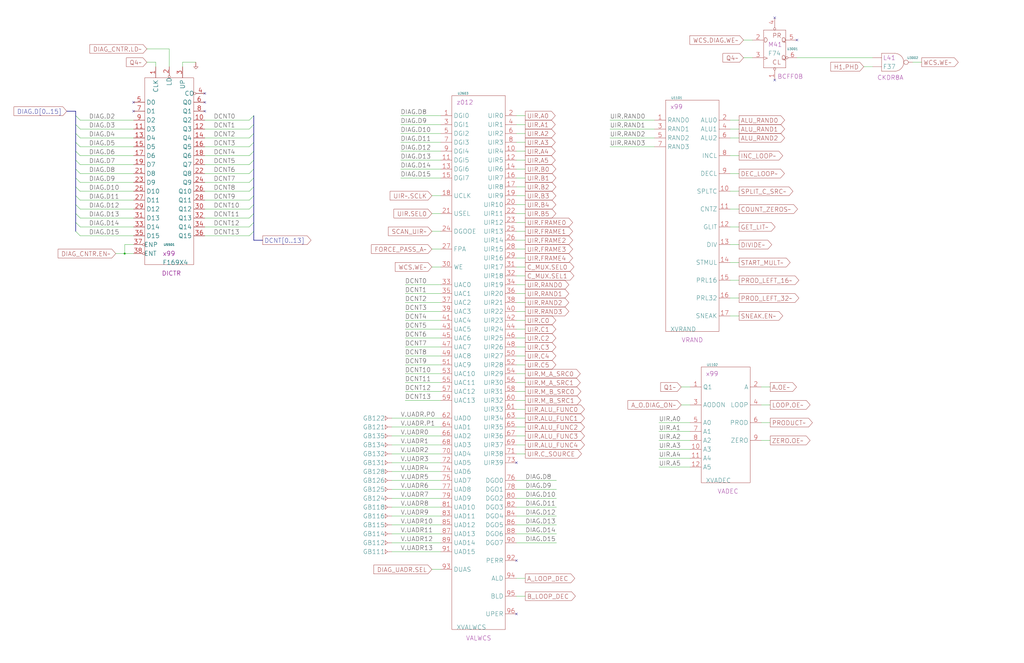
<source format=kicad_sch>
(kicad_sch (version 20230121) (generator eeschema)
  (paper "User" 584.2 378.46)
  (title_block (title "WRITABLE CONTROL STORE\\nWCS ADDRESS GENERATION") (date "22-MAR-90") (rev "1.0") (comment 1 "VALUE") (comment 2 "232-003063") (comment 3 "S400") (comment 4 "RELEASED"))
  (lib_symbols
    (symbol "r1000:F169X4" (pin_names (offset 1.016))
      (property "Reference" "U" (at 2.54 5.08 0))
      (property "Value" "F169X4" (at -1.27 -5.08 0))
      (property "Location" "___" (at -1.27 0 0))
      (property "Name" "______" (at 3.81 -12.7 0))
      (symbol "F169X4_1_1"
        (pin input line (at -5.08 106.68 270) (length 6.35) (name "CLK") (number "1"))
        (pin output line (at 22.86 76.2 180) (length 6.35) (name "Q2") (number "10"))
        (pin input line (at -17.78 71.12 0) (length 6.35) (name "D3") (number "11"))
        (pin output line (at 22.86 71.12 180) (length 6.35) (name "Q3") (number "12"))
        (pin input line (at -17.78 66.04 0) (length 6.35) (name "D4") (number "13"))
        (pin output line (at 22.86 66.04 180) (length 6.35) (name "Q4") (number "14"))
        (pin input line (at -17.78 60.96 0) (length 6.35) (name "D5") (number "15"))
        (pin output line (at 22.86 60.96 180) (length 6.35) (name "Q5") (number "16"))
        (pin input line (at -17.78 55.88 0) (length 6.35) (name "D6") (number "17"))
        (pin output line (at 22.86 55.88 180) (length 6.35) (name "Q6") (number "18"))
        (pin input line (at -17.78 50.8 0) (length 6.35) (name "D7") (number "19"))
        (pin input line (at 2.54 106.68 270) (length 5.08) (name "LD") (number "2"))
        (pin output line (at 22.86 50.8 180) (length 6.35) (name "Q7") (number "20"))
        (pin input line (at -17.78 45.72 0) (length 6.35) (name "D8") (number "21"))
        (pin output line (at 22.86 45.72 180) (length 6.35) (name "Q8") (number "22"))
        (pin input line (at -17.78 40.64 0) (length 6.35) (name "D9") (number "23"))
        (pin output line (at 22.86 40.64 180) (length 6.35) (name "Q9") (number "24"))
        (pin input line (at -17.78 35.56 0) (length 6.35) (name "D10") (number "25"))
        (pin output line (at 22.86 35.56 180) (length 6.35) (name "Q10") (number "26"))
        (pin input line (at -17.78 30.48 0) (length 6.35) (name "D11") (number "27"))
        (pin output line (at 22.86 30.48 180) (length 6.35) (name "Q11") (number "28"))
        (pin input line (at -17.78 25.4 0) (length 6.35) (name "D12") (number "29"))
        (pin input line (at 10.16 106.68 270) (length 6.35) (name "UP") (number "3"))
        (pin output line (at 22.86 25.4 180) (length 6.35) (name "Q12") (number "30"))
        (pin input line (at -17.78 20.32 0) (length 6.35) (name "D13") (number "31"))
        (pin output line (at 22.86 20.32 180) (length 6.35) (name "Q13") (number "32"))
        (pin input line (at -17.78 15.24 0) (length 6.35) (name "D14") (number "33"))
        (pin output line (at 22.86 15.24 180) (length 6.35) (name "Q14") (number "34"))
        (pin input line (at -17.78 10.16 0) (length 6.35) (name "D15") (number "35"))
        (pin output line (at 22.86 10.16 180) (length 6.35) (name "Q15") (number "36"))
        (pin input line (at -17.78 5.08 0) (length 5.08) (name "ENP") (number "37"))
        (pin input line (at -17.78 0 0) (length 5.08) (name "ENT") (number "38"))
        (pin output line (at 22.86 91.44 180) (length 5.08) (name "CO") (number "4"))
        (pin input line (at -17.78 86.36 0) (length 6.35) (name "D0") (number "5"))
        (pin output line (at 22.86 86.36 180) (length 6.35) (name "Q0") (number "6"))
        (pin input line (at -17.78 81.28 0) (length 6.35) (name "D1") (number "7"))
        (pin output line (at 22.86 81.28 180) (length 6.35) (name "Q1") (number "8"))
        (pin input line (at -17.78 76.2 0) (length 6.35) (name "D2") (number "9"))
      )
    )
    (symbol "r1000:F37" (pin_numbers hide) (pin_names (offset 0) hide)
      (property "Reference" "U" (at 15.24 0 0))
      (property "Value" "F37" (at 1.905 -5.08 0))
      (property "Location" "___" (at 1.905 0 0))
      (property "Name" "______" (at 2.54 -12.7 0))
      (symbol "F37_1_1"
        (pin input line (at -7.62 0 0) (length 5.08) (name "D0") (number "1"))
        (pin input line (at -7.62 -5.08 0) (length 5.08) (name "D1") (number "2"))
        (pin output line (at 15.24 -2.54 180) (length 2.54) (name "Q") (number "3"))
      )
      (symbol "F37_1_2"
        (pin input line (at -7.62 0 0) (length 2.54) (name "D0") (number "1"))
        (pin input line (at -7.62 -5.08 0) (length 2.54) (name "D1") (number "2"))
        (pin output line (at 15.24 -2.54 180) (length 5.08) (name "Q") (number "3"))
      )
    )
    (symbol "r1000:F74" (pin_names (offset 1.016) hide)
      (property "Reference" "U" (at 12.7 -2.54 0))
      (property "Value" "F74" (at -1.27 -5.08 0))
      (property "Location" "___" (at -1.27 0 0))
      (property "Name" "______" (at 11.43 -19.685 0))
      (symbol "F74_1_1"
        (text ">" (at -2.54 -7.62 0) (effects (font (size 2.54 2.54))))
        (text "C" (at 2.54 -10.16 0) (effects (font (size 2.54 2.54))))
        (text "D" (at -2.54 2.54 0) (effects (font (size 2.54 2.54))))
        (text "L" (at 5.08 -10.16 0) (effects (font (size 2.54 2.54))))
        (text "P" (at 2.54 5.08 0) (effects (font (size 2.54 2.54))))
        (text "Q" (at 7.62 -7.62 0) (effects (font (size 2.54 2.54))))
        (text "Q" (at 7.62 2.54 0) (effects (font (size 2.54 2.54))))
        (text "R" (at 5.08 5.08 0) (effects (font (size 2.54 2.54))))
        (pin input line (at 2.54 -20.32 90) (length 5.08) (name "CL_") (number "1"))
        (pin input line (at -10.16 2.54 0) (length 6.35) (name "D") (number "2"))
        (pin input line (at -10.16 -7.62 0) (length 6.35) (name "CLK") (number "3"))
        (pin input line (at 2.54 15.24 270) (length 5.08) (name "PR_") (number "4"))
        (pin output line (at 15.24 2.54 180) (length 6.35) (name "Q") (number "5"))
        (pin output line (at 15.24 -7.62 180) (length 5.08) (name "Q_") (number "6"))
      )
    )
    (symbol "r1000:GB" (pin_numbers hide) (pin_names (offset 0) hide)
      (property "Reference" "GB" (at 3.81 0 0))
      (symbol "GB_1_1"
        (pin bidirectional line (at 0 0 0) (length 2.54) (name "") (number "1"))
      )
    )
    (symbol "r1000:PD" (power) (pin_numbers hide) (pin_names hide) (in_bom no)
      (symbol "PD_1_1"
        (pin power_in line (at 0 0 270) (length 2.54) (name "PD") (number "1"))
      )
    )
    (symbol "r1000:XVADEC" (pin_names (offset 1.016))
      (property "Reference" "U" (at 2.54 5.08 0))
      (property "Value" "XVADEC" (at -1.27 -60.96 0))
      (property "Location" "___" (at -1.27 0 0))
      (property "Name" "______" (at 11.43 -68.58 0))
      (symbol "XVADEC_1_1"
        (pin input line (at -10.16 -7.62 0) (length 6.35) (name "Q1") (number "1"))
        (pin input line (at -10.16 -43.18 0) (length 6.35) (name "A3") (number "10"))
        (pin input line (at -10.16 -48.26 0) (length 6.35) (name "A4") (number "11"))
        (pin input line (at -10.16 -53.34 0) (length 6.35) (name "A5") (number "12"))
        (pin output line (at 30.48 -7.62 180) (length 6.35) (name "A") (number "2"))
        (pin input line (at -10.16 -17.78 0) (length 6.35) (name "AODON") (number "3"))
        (pin output line (at 30.48 -17.78 180) (length 6.35) (name "LOOP") (number "4"))
        (pin input line (at -10.16 -27.94 0) (length 6.35) (name "A0") (number "5"))
        (pin output line (at 30.48 -27.94 180) (length 6.35) (name "PROD") (number "6"))
        (pin input line (at -10.16 -33.02 0) (length 6.35) (name "A1") (number "7"))
        (pin input line (at -10.16 -38.1 0) (length 6.35) (name "A2") (number "8"))
        (pin output line (at 30.48 -38.1 180) (length 6.35) (name "ZERO") (number "9"))
      )
    )
    (symbol "r1000:XVALWCS" (pin_names (offset 1.016))
      (property "Reference" "U" (at 2.54 5.08 0))
      (property "Value" "XVALWCS" (at -1.27 -299.72 0))
      (property "Location" "___" (at -1.27 0 0))
      (property "Name" "______" (at 11.43 -307.34 0))
      (symbol "XVALWCS_1_1"
        (pin input line (at -10.16 -7.62 0) (length 6.35) (name "DGI0") (number "1"))
        (pin output line (at 33.02 -27.94 180) (length 6.35) (name "UIR4") (number "10"))
        (pin input line (at -10.16 -33.02 0) (length 6.35) (name "DGI5") (number "11"))
        (pin output line (at 33.02 -33.02 180) (length 6.35) (name "UIR5") (number "12"))
        (pin input line (at -10.16 -38.1 0) (length 6.35) (name "DGI6") (number "13"))
        (pin output line (at 33.02 -38.1 180) (length 6.35) (name "UIR6") (number "14"))
        (pin input line (at -10.16 -43.18 0) (length 6.35) (name "DGI7") (number "15"))
        (pin output line (at 33.02 -43.18 180) (length 6.35) (name "UIR7") (number "16"))
        (pin output line (at 33.02 -48.26 180) (length 6.35) (name "UIR8") (number "17"))
        (pin input line (at -10.16 -53.34 0) (length 6.35) (name "UCLK") (number "18"))
        (pin output line (at 33.02 -53.34 180) (length 6.35) (name "UIR9") (number "19"))
        (pin output line (at 33.02 -7.62 180) (length 6.35) (name "UIR0") (number "2"))
        (pin output line (at 33.02 -58.42 180) (length 6.35) (name "UIR10") (number "20"))
        (pin input line (at -10.16 -63.5 0) (length 6.35) (name "USEL") (number "21"))
        (pin output line (at 33.02 -63.5 180) (length 6.35) (name "UIR11") (number "22"))
        (pin output line (at 33.02 -68.58 180) (length 6.35) (name "UIR12") (number "23"))
        (pin input line (at -10.16 -73.66 0) (length 6.35) (name "DGOOE") (number "24"))
        (pin output line (at 33.02 -73.66 180) (length 6.35) (name "UIR13") (number "25"))
        (pin output line (at 33.02 -78.74 180) (length 6.35) (name "UIR14") (number "26"))
        (pin input line (at -10.16 -83.82 0) (length 6.35) (name "FPA") (number "27"))
        (pin output line (at 33.02 -83.82 180) (length 6.35) (name "UIR15") (number "28"))
        (pin output line (at 33.02 -88.9 180) (length 6.35) (name "UIR16") (number "29"))
        (pin input line (at -10.16 -12.7 0) (length 6.35) (name "DGI1") (number "3"))
        (pin input line (at -10.16 -93.98 0) (length 6.35) (name "WE") (number "30"))
        (pin output line (at 33.02 -93.98 180) (length 6.35) (name "UIR17") (number "31"))
        (pin output line (at 33.02 -99.06 180) (length 6.35) (name "UIR18") (number "32"))
        (pin input line (at -10.16 -104.14 0) (length 6.35) (name "UAC0") (number "33"))
        (pin output line (at 33.02 -104.14 180) (length 6.35) (name "UIR19") (number "34"))
        (pin input line (at -10.16 -109.22 0) (length 6.35) (name "UAC1") (number "35"))
        (pin output line (at 33.02 -109.22 180) (length 6.35) (name "UIR20") (number "36"))
        (pin input line (at -10.16 -114.3 0) (length 6.35) (name "UAC2") (number "37"))
        (pin output line (at 33.02 -114.3 180) (length 6.35) (name "UIR21") (number "38"))
        (pin input line (at -10.16 -119.38 0) (length 6.35) (name "UAC3") (number "39"))
        (pin output line (at 33.02 -12.7 180) (length 6.35) (name "UIR1") (number "4"))
        (pin output line (at 33.02 -119.38 180) (length 6.35) (name "UIR22") (number "40"))
        (pin input line (at -10.16 -124.46 0) (length 6.35) (name "UAC4") (number "41"))
        (pin output line (at 33.02 -124.46 180) (length 6.35) (name "UIR23") (number "42"))
        (pin input line (at -10.16 -129.54 0) (length 6.35) (name "UAC5") (number "43"))
        (pin output line (at 33.02 -129.54 180) (length 6.35) (name "UIR24") (number "44"))
        (pin input line (at -10.16 -134.62 0) (length 6.35) (name "UAC6") (number "45"))
        (pin output line (at 33.02 -134.62 180) (length 6.35) (name "UIR25") (number "46"))
        (pin input line (at -10.16 -139.7 0) (length 6.35) (name "UAC7") (number "47"))
        (pin output line (at 33.02 -139.7 180) (length 6.35) (name "UIR26") (number "48"))
        (pin input line (at -10.16 -144.78 0) (length 6.35) (name "UAC8") (number "49"))
        (pin input line (at -10.16 -17.78 0) (length 6.35) (name "DGI2") (number "5"))
        (pin output line (at 33.02 -144.78 180) (length 6.35) (name "UIR27") (number "50"))
        (pin input line (at -10.16 -149.86 0) (length 6.35) (name "UAC9") (number "51"))
        (pin output line (at 33.02 -149.86 180) (length 6.35) (name "UIR28") (number "52"))
        (pin input line (at -10.16 -154.94 0) (length 6.35) (name "UAC10") (number "53"))
        (pin output line (at 33.02 -154.94 180) (length 6.35) (name "UIR29") (number "54"))
        (pin input line (at -10.16 -160.02 0) (length 6.35) (name "UAC11") (number "55"))
        (pin output line (at 33.02 -160.02 180) (length 6.35) (name "UIR30") (number "56"))
        (pin input line (at -10.16 -165.1 0) (length 6.35) (name "UAC12") (number "57"))
        (pin output line (at 33.02 -165.1 180) (length 6.35) (name "UIR31") (number "58"))
        (pin input line (at -10.16 -170.18 0) (length 6.35) (name "UAC13") (number "59"))
        (pin output line (at 33.02 -17.78 180) (length 6.35) (name "UIR2") (number "6"))
        (pin output line (at 33.02 -170.18 180) (length 6.35) (name "UIR32") (number "60"))
        (pin output line (at 33.02 -175.26 180) (length 6.35) (name "UIR33") (number "61"))
        (pin input line (at -10.16 -180.34 0) (length 6.35) (name "UAD0") (number "62"))
        (pin output line (at 33.02 -180.34 180) (length 6.35) (name "UIR34") (number "63"))
        (pin input line (at -10.16 -185.42 0) (length 6.35) (name "UAD1") (number "64"))
        (pin output line (at 33.02 -185.42 180) (length 6.35) (name "UIR35") (number "65"))
        (pin input line (at -10.16 -190.5 0) (length 6.35) (name "UAD2") (number "66"))
        (pin output line (at 33.02 -190.5 180) (length 6.35) (name "UIR36") (number "67"))
        (pin input line (at -10.16 -195.58 0) (length 6.35) (name "UAD3") (number "68"))
        (pin output line (at 33.02 -195.58 180) (length 6.35) (name "UIR37") (number "69"))
        (pin input line (at -10.16 -22.86 0) (length 6.35) (name "DGI3") (number "7"))
        (pin input line (at -10.16 -200.66 0) (length 6.35) (name "UAD4") (number "70"))
        (pin output line (at 33.02 -200.66 180) (length 6.35) (name "UIR38") (number "71"))
        (pin input line (at -10.16 -205.74 0) (length 6.35) (name "UAD5") (number "72"))
        (pin output line (at 33.02 -205.74 180) (length 6.35) (name "UIR39") (number "73"))
        (pin input line (at -10.16 -210.82 0) (length 6.35) (name "UAD6") (number "74"))
        (pin input line (at -10.16 -215.9 0) (length 6.35) (name "UAD7") (number "75"))
        (pin tri_state line (at 33.02 -215.9 180) (length 6.35) (name "DGO0") (number "76"))
        (pin input line (at -10.16 -220.98 0) (length 6.35) (name "UAD8") (number "77"))
        (pin tri_state line (at 33.02 -220.98 180) (length 6.35) (name "DGO1") (number "78"))
        (pin input line (at -10.16 -226.06 0) (length 6.35) (name "UAD9") (number "79"))
        (pin output line (at 33.02 -22.86 180) (length 6.35) (name "UIR3") (number "8"))
        (pin tri_state line (at 33.02 -226.06 180) (length 6.35) (name "DGO2") (number "80"))
        (pin input line (at -10.16 -231.14 0) (length 6.35) (name "UAD10") (number "81"))
        (pin tri_state line (at 33.02 -231.14 180) (length 6.35) (name "DGO3") (number "82"))
        (pin input line (at -10.16 -236.22 0) (length 6.35) (name "UAD11") (number "83"))
        (pin tri_state line (at 33.02 -236.22 180) (length 6.35) (name "DGO4") (number "84"))
        (pin input line (at -10.16 -241.3 0) (length 6.35) (name "UAD12") (number "85"))
        (pin tri_state line (at 33.02 -241.3 180) (length 6.35) (name "DGO5") (number "86"))
        (pin input line (at -10.16 -246.38 0) (length 6.35) (name "UAD13") (number "87"))
        (pin tri_state line (at 33.02 -246.38 180) (length 6.35) (name "DGO6") (number "88"))
        (pin input line (at -10.16 -251.46 0) (length 6.35) (name "UAD14") (number "89"))
        (pin input line (at -10.16 -27.94 0) (length 6.35) (name "DGI4") (number "9"))
        (pin tri_state line (at 33.02 -251.46 180) (length 6.35) (name "DGO7") (number "90"))
        (pin input line (at -10.16 -256.54 0) (length 6.35) (name "UAD15") (number "91"))
        (pin output line (at 33.02 -261.62 180) (length 6.35) (name "PERR") (number "92"))
        (pin input line (at -10.16 -266.7 0) (length 6.35) (name "DUAS") (number "93"))
        (pin output line (at 33.02 -271.78 180) (length 6.35) (name "ALD") (number "94"))
        (pin output line (at 33.02 -281.94 180) (length 6.35) (name "BLD") (number "95"))
        (pin output line (at 33.02 -292.1 180) (length 6.35) (name "UPER") (number "96"))
      )
    )
    (symbol "r1000:XVRAND" (pin_names (offset 1.016))
      (property "Reference" "U" (at 2.54 5.08 0))
      (property "Value" "XVRAND" (at -1.27 -127 0))
      (property "Location" "___" (at -1.27 0 0))
      (property "Name" "______" (at 11.43 -134.62 0))
      (symbol "XVRAND_1_1"
        (pin input line (at -10.16 -7.62 0) (length 6.35) (name "RAND0") (number "1"))
        (pin output line (at 33.02 -48.26 180) (length 6.35) (name "SPLTC") (number "10"))
        (pin output line (at 33.02 -58.42 180) (length 6.35) (name "CNTZ") (number "11"))
        (pin output line (at 33.02 -68.58 180) (length 6.35) (name "GLIT") (number "12"))
        (pin output line (at 33.02 -78.74 180) (length 6.35) (name "DIV") (number "13"))
        (pin output line (at 33.02 -88.9 180) (length 6.35) (name "STMUL") (number "14"))
        (pin output line (at 33.02 -99.06 180) (length 6.35) (name "PRL16") (number "15"))
        (pin output line (at 33.02 -109.22 180) (length 6.35) (name "PRL32") (number "16"))
        (pin output line (at 33.02 -119.38 180) (length 6.35) (name "SNEAK") (number "17"))
        (pin output line (at 33.02 -7.62 180) (length 6.35) (name "ALU0") (number "2"))
        (pin input line (at -10.16 -12.7 0) (length 6.35) (name "RAND1") (number "3"))
        (pin output line (at 33.02 -12.7 180) (length 6.35) (name "ALU1") (number "4"))
        (pin input line (at -10.16 -17.78 0) (length 6.35) (name "RAND2") (number "5"))
        (pin output line (at 33.02 -17.78 180) (length 6.35) (name "ALU2") (number "6"))
        (pin input line (at -10.16 -22.86 0) (length 6.35) (name "RAND3") (number "7"))
        (pin output line (at 33.02 -27.94 180) (length 6.35) (name "INCL") (number "8"))
        (pin output line (at 33.02 -38.1 180) (length 6.35) (name "DECL") (number "9"))
      )
    )
  )
  (junction (at 71.12 144.78))
  (no_connect (at 294.64 350.52))
  (no_connect (at 76.2 63.5))
  (no_connect (at 116.84 63.5))
  (no_connect (at 116.84 58.42))
  (no_connect (at 76.2 58.42))
  (no_connect (at 294.64 320.04))
  (no_connect (at 441.96 10.16))
  (no_connect (at 454.66 22.86))
  (no_connect (at 294.64 264.16))
  (no_connect (at 441.96 45.72))
  (no_connect (at 116.84 53.34))
  (bus_entry (at 144.78 121.92) (size -2.54 2.54))
  (bus_entry (at 144.78 106.68) (size -2.54 2.54))
  (bus_entry (at 144.78 66.04) (size -2.54 2.54))
  (bus_entry (at 43.18 71.12) (size 2.54 2.54))
  (bus_entry (at 144.78 127) (size -2.54 2.54))
  (bus_entry (at 43.18 96.52) (size 2.54 2.54))
  (bus_entry (at 43.18 132.08) (size 2.54 2.54))
  (bus_entry (at 43.18 116.84) (size 2.54 2.54))
  (bus_entry (at 43.18 127) (size 2.54 2.54))
  (bus_entry (at 43.18 101.6) (size 2.54 2.54))
  (bus_entry (at 43.18 86.36) (size 2.54 2.54))
  (bus_entry (at 144.78 81.28) (size -2.54 2.54))
  (bus_entry (at 144.78 111.76) (size -2.54 2.54))
  (bus_entry (at 144.78 132.08) (size -2.54 2.54))
  (bus_entry (at 144.78 91.44) (size -2.54 2.54))
  (bus_entry (at 43.18 111.76) (size 2.54 2.54))
  (bus_entry (at 43.18 76.2) (size 2.54 2.54))
  (bus_entry (at 144.78 76.2) (size -2.54 2.54))
  (bus_entry (at 43.18 121.92) (size 2.54 2.54))
  (bus_entry (at 43.18 81.28) (size 2.54 2.54))
  (bus_entry (at 43.18 66.04) (size 2.54 2.54))
  (bus_entry (at 144.78 71.12) (size -2.54 2.54))
  (bus_entry (at 43.18 91.44) (size 2.54 2.54))
  (bus_entry (at 144.78 86.36) (size -2.54 2.54))
  (bus_entry (at 144.78 116.84) (size -2.54 2.54))
  (bus_entry (at 144.78 101.6) (size -2.54 2.54))
  (bus_entry (at 43.18 106.68) (size 2.54 2.54))
  (bus_entry (at 144.78 96.52) (size -2.54 2.54))
  (wire (pts (xy 294.64 66.04) (xy 299.72 66.04)))
  (wire (pts (xy 416.56 99.06) (xy 421.64 99.06)))
  (wire (pts (xy 83.82 35.56) (xy 88.9 35.56)))
  (wire (pts (xy 246.38 325.12) (xy 251.46 325.12)))
  (wire (pts (xy 294.64 208.28) (xy 299.72 208.28)))
  (bus (pts (xy 144.78 71.12) (xy 144.78 66.04)))
  (bus (pts (xy 43.18 127) (xy 43.18 132.08)))
  (bus (pts (xy 43.18 86.36) (xy 43.18 91.44)))
  (wire (pts (xy 416.56 170.18) (xy 421.64 170.18)))
  (wire (pts (xy 294.64 116.84) (xy 299.72 116.84)))
  (wire (pts (xy 71.12 139.7) (xy 71.12 144.78)))
  (wire (pts (xy 223.52 248.92) (xy 251.46 248.92)))
  (wire (pts (xy 116.84 99.06) (xy 142.24 99.06)))
  (wire (pts (xy 45.72 99.06) (xy 76.2 99.06)))
  (wire (pts (xy 228.6 91.44) (xy 251.46 91.44)))
  (wire (pts (xy 45.72 88.9) (xy 76.2 88.9)))
  (wire (pts (xy 231.14 172.72) (xy 251.46 172.72)))
  (wire (pts (xy 294.64 198.12) (xy 299.72 198.12)))
  (wire (pts (xy 246.38 111.76) (xy 251.46 111.76)))
  (wire (pts (xy 45.72 93.98) (xy 76.2 93.98)))
  (wire (pts (xy 416.56 119.38) (xy 421.64 119.38)))
  (wire (pts (xy 294.64 147.32) (xy 299.72 147.32)))
  (wire (pts (xy 294.64 91.44) (xy 299.72 91.44)))
  (wire (pts (xy 294.64 167.64) (xy 299.72 167.64)))
  (wire (pts (xy 294.64 259.08) (xy 299.72 259.08)))
  (bus (pts (xy 38.1 63.5) (xy 43.18 63.5)))
  (wire (pts (xy 416.56 160.02) (xy 421.64 160.02)))
  (bus (pts (xy 144.78 101.6) (xy 144.78 96.52)))
  (wire (pts (xy 294.64 111.76) (xy 299.72 111.76)))
  (wire (pts (xy 223.52 299.72) (xy 251.46 299.72)))
  (bus (pts (xy 144.78 91.44) (xy 144.78 86.36)))
  (wire (pts (xy 294.64 81.28) (xy 299.72 81.28)))
  (bus (pts (xy 43.18 96.52) (xy 43.18 101.6)))
  (wire (pts (xy 116.84 68.58) (xy 142.24 68.58)))
  (wire (pts (xy 347.98 68.58) (xy 373.38 68.58)))
  (wire (pts (xy 251.46 314.96) (xy 223.52 314.96)))
  (wire (pts (xy 294.64 228.6) (xy 299.72 228.6)))
  (wire (pts (xy 294.64 203.2) (xy 299.72 203.2)))
  (wire (pts (xy 416.56 129.54) (xy 421.64 129.54)))
  (wire (pts (xy 375.92 261.62) (xy 393.7 261.62)))
  (bus (pts (xy 144.78 137.16) (xy 149.86 137.16)))
  (wire (pts (xy 294.64 132.08) (xy 299.72 132.08)))
  (bus (pts (xy 43.18 106.68) (xy 43.18 111.76)))
  (wire (pts (xy 434.34 241.3) (xy 439.42 241.3)))
  (wire (pts (xy 223.52 243.84) (xy 251.46 243.84)))
  (wire (pts (xy 116.84 134.62) (xy 142.24 134.62)))
  (wire (pts (xy 434.34 231.14) (xy 439.42 231.14)))
  (wire (pts (xy 228.6 101.6) (xy 251.46 101.6)))
  (wire (pts (xy 231.14 193.04) (xy 251.46 193.04)))
  (bus (pts (xy 43.18 63.5) (xy 43.18 66.04)))
  (wire (pts (xy 116.84 93.98) (xy 142.24 93.98)))
  (wire (pts (xy 294.64 157.48) (xy 299.72 157.48)))
  (wire (pts (xy 223.52 238.76) (xy 251.46 238.76)))
  (wire (pts (xy 45.72 129.54) (xy 76.2 129.54)))
  (wire (pts (xy 294.64 223.52) (xy 299.72 223.52)))
  (wire (pts (xy 317.5 274.32) (xy 294.64 274.32)))
  (wire (pts (xy 294.64 243.84) (xy 299.72 243.84)))
  (wire (pts (xy 223.52 304.8) (xy 251.46 304.8)))
  (wire (pts (xy 228.6 81.28) (xy 251.46 81.28)))
  (wire (pts (xy 45.72 78.74) (xy 76.2 78.74)))
  (wire (pts (xy 294.64 86.36) (xy 299.72 86.36)))
  (wire (pts (xy 294.64 162.56) (xy 299.72 162.56)))
  (wire (pts (xy 116.84 78.74) (xy 142.24 78.74)))
  (wire (pts (xy 294.64 76.2) (xy 299.72 76.2)))
  (wire (pts (xy 424.18 33.02) (xy 429.26 33.02)))
  (wire (pts (xy 424.18 22.86) (xy 429.26 22.86)))
  (wire (pts (xy 116.84 129.54) (xy 142.24 129.54)))
  (wire (pts (xy 231.14 187.96) (xy 251.46 187.96)))
  (wire (pts (xy 347.98 78.74) (xy 373.38 78.74)))
  (wire (pts (xy 231.14 218.44) (xy 251.46 218.44)))
  (wire (pts (xy 223.52 259.08) (xy 251.46 259.08)))
  (wire (pts (xy 294.64 279.4) (xy 317.5 279.4)))
  (wire (pts (xy 347.98 73.66) (xy 373.38 73.66)))
  (wire (pts (xy 231.14 228.6) (xy 251.46 228.6)))
  (wire (pts (xy 45.72 104.14) (xy 76.2 104.14)))
  (wire (pts (xy 294.64 238.76) (xy 299.72 238.76)))
  (wire (pts (xy 294.64 299.72) (xy 317.5 299.72)))
  (wire (pts (xy 71.12 144.78) (xy 76.2 144.78)))
  (bus (pts (xy 144.78 106.68) (xy 144.78 111.76)))
  (wire (pts (xy 231.14 203.2) (xy 251.46 203.2)))
  (bus (pts (xy 43.18 116.84) (xy 43.18 121.92)))
  (wire (pts (xy 294.64 233.68) (xy 299.72 233.68)))
  (wire (pts (xy 416.56 88.9) (xy 421.64 88.9)))
  (bus (pts (xy 43.18 121.92) (xy 43.18 127)))
  (wire (pts (xy 223.52 289.56) (xy 251.46 289.56)))
  (wire (pts (xy 116.84 114.3) (xy 142.24 114.3)))
  (wire (pts (xy 45.72 73.66) (xy 76.2 73.66)))
  (wire (pts (xy 223.52 254) (xy 251.46 254)))
  (wire (pts (xy 375.92 256.54) (xy 393.7 256.54)))
  (bus (pts (xy 43.18 71.12) (xy 43.18 76.2)))
  (bus (pts (xy 144.78 71.12) (xy 144.78 76.2)))
  (wire (pts (xy 116.84 88.9) (xy 142.24 88.9)))
  (wire (pts (xy 116.84 104.14) (xy 142.24 104.14)))
  (wire (pts (xy 294.64 121.92) (xy 299.72 121.92)))
  (wire (pts (xy 294.64 254) (xy 299.72 254)))
  (bus (pts (xy 144.78 132.08) (xy 144.78 137.16)))
  (wire (pts (xy 251.46 309.88) (xy 223.52 309.88)))
  (wire (pts (xy 45.72 83.82) (xy 76.2 83.82)))
  (bus (pts (xy 144.78 86.36) (xy 144.78 81.28)))
  (wire (pts (xy 223.52 294.64) (xy 251.46 294.64)))
  (wire (pts (xy 416.56 149.86) (xy 421.64 149.86)))
  (wire (pts (xy 416.56 78.74) (xy 421.64 78.74)))
  (wire (pts (xy 45.72 134.62) (xy 76.2 134.62)))
  (wire (pts (xy 416.56 68.58) (xy 421.64 68.58)))
  (wire (pts (xy 294.64 137.16) (xy 299.72 137.16)))
  (wire (pts (xy 223.52 279.4) (xy 251.46 279.4)))
  (wire (pts (xy 434.34 220.98) (xy 439.42 220.98)))
  (wire (pts (xy 294.64 248.92) (xy 299.72 248.92)))
  (wire (pts (xy 116.84 73.66) (xy 142.24 73.66)))
  (wire (pts (xy 228.6 86.36) (xy 251.46 86.36)))
  (wire (pts (xy 294.64 152.4) (xy 299.72 152.4)))
  (bus (pts (xy 144.78 127) (xy 144.78 132.08)))
  (wire (pts (xy 520.7 35.56) (xy 525.78 35.56)))
  (bus (pts (xy 43.18 111.76) (xy 43.18 116.84)))
  (bus (pts (xy 43.18 81.28) (xy 43.18 86.36)))
  (wire (pts (xy 294.64 213.36) (xy 299.72 213.36)))
  (wire (pts (xy 45.72 124.46) (xy 76.2 124.46)))
  (wire (pts (xy 228.6 96.52) (xy 251.46 96.52)))
  (wire (pts (xy 104.14 35.56) (xy 104.14 38.1)))
  (wire (pts (xy 231.14 182.88) (xy 251.46 182.88)))
  (wire (pts (xy 104.14 35.56) (xy 111.76 35.56)))
  (bus (pts (xy 144.78 116.84) (xy 144.78 121.92)))
  (wire (pts (xy 294.64 309.88) (xy 317.5 309.88)))
  (bus (pts (xy 43.18 66.04) (xy 43.18 71.12)))
  (wire (pts (xy 228.6 76.2) (xy 251.46 76.2)))
  (wire (pts (xy 83.82 27.94) (xy 96.52 27.94)))
  (wire (pts (xy 66.04 144.78) (xy 71.12 144.78)))
  (wire (pts (xy 246.38 132.08) (xy 251.46 132.08)))
  (wire (pts (xy 375.92 266.7) (xy 393.7 266.7)))
  (wire (pts (xy 294.64 172.72) (xy 299.72 172.72)))
  (wire (pts (xy 294.64 101.6) (xy 299.72 101.6)))
  (wire (pts (xy 294.64 142.24) (xy 299.72 142.24)))
  (wire (pts (xy 294.64 340.36) (xy 299.72 340.36)))
  (wire (pts (xy 96.52 38.1) (xy 96.52 27.94)))
  (wire (pts (xy 375.92 251.46) (xy 393.7 251.46)))
  (wire (pts (xy 416.56 73.66) (xy 421.64 73.66)))
  (bus (pts (xy 144.78 111.76) (xy 144.78 116.84)))
  (wire (pts (xy 246.38 121.92) (xy 251.46 121.92)))
  (wire (pts (xy 116.84 124.46) (xy 142.24 124.46)))
  (wire (pts (xy 45.72 114.3) (xy 76.2 114.3)))
  (wire (pts (xy 294.64 182.88) (xy 299.72 182.88)))
  (wire (pts (xy 116.84 83.82) (xy 142.24 83.82)))
  (wire (pts (xy 294.64 304.8) (xy 317.5 304.8)))
  (wire (pts (xy 294.64 294.64) (xy 317.5 294.64)))
  (wire (pts (xy 492.76 38.1) (xy 497.84 38.1)))
  (wire (pts (xy 388.62 231.14) (xy 393.7 231.14)))
  (wire (pts (xy 228.6 66.04) (xy 251.46 66.04)))
  (wire (pts (xy 246.38 142.24) (xy 251.46 142.24)))
  (wire (pts (xy 416.56 139.7) (xy 421.64 139.7)))
  (wire (pts (xy 231.14 223.52) (xy 251.46 223.52)))
  (wire (pts (xy 294.64 106.68) (xy 299.72 106.68)))
  (wire (pts (xy 223.52 264.16) (xy 251.46 264.16)))
  (wire (pts (xy 228.6 71.12) (xy 251.46 71.12)))
  (wire (pts (xy 231.14 167.64) (xy 251.46 167.64)))
  (wire (pts (xy 231.14 198.12) (xy 251.46 198.12)))
  (wire (pts (xy 45.72 109.22) (xy 76.2 109.22)))
  (wire (pts (xy 294.64 127) (xy 299.72 127)))
  (bus (pts (xy 43.18 91.44) (xy 43.18 96.52)))
  (bus (pts (xy 144.78 76.2) (xy 144.78 81.28)))
  (wire (pts (xy 116.84 119.38) (xy 142.24 119.38)))
  (bus (pts (xy 144.78 96.52) (xy 144.78 91.44)))
  (wire (pts (xy 434.34 251.46) (xy 439.42 251.46)))
  (wire (pts (xy 388.62 220.98) (xy 393.7 220.98)))
  (wire (pts (xy 45.72 119.38) (xy 76.2 119.38)))
  (wire (pts (xy 231.14 208.28) (xy 251.46 208.28)))
  (wire (pts (xy 294.64 284.48) (xy 317.5 284.48)))
  (wire (pts (xy 246.38 152.4) (xy 251.46 152.4)))
  (wire (pts (xy 116.84 109.22) (xy 142.24 109.22)))
  (wire (pts (xy 294.64 193.04) (xy 299.72 193.04)))
  (wire (pts (xy 88.9 38.1) (xy 88.9 35.56)))
  (wire (pts (xy 294.64 218.44) (xy 299.72 218.44)))
  (wire (pts (xy 45.72 68.58) (xy 76.2 68.58)))
  (wire (pts (xy 231.14 177.8) (xy 251.46 177.8)))
  (bus (pts (xy 43.18 76.2) (xy 43.18 81.28)))
  (wire (pts (xy 223.52 269.24) (xy 251.46 269.24)))
  (bus (pts (xy 144.78 101.6) (xy 144.78 106.68)))
  (bus (pts (xy 43.18 101.6) (xy 43.18 106.68)))
  (wire (pts (xy 231.14 162.56) (xy 251.46 162.56)))
  (wire (pts (xy 223.52 284.48) (xy 251.46 284.48)))
  (wire (pts (xy 294.64 177.8) (xy 299.72 177.8)))
  (wire (pts (xy 223.52 274.32) (xy 251.46 274.32)))
  (wire (pts (xy 347.98 83.82) (xy 373.38 83.82)))
  (wire (pts (xy 294.64 289.56) (xy 317.5 289.56)))
  (wire (pts (xy 294.64 187.96) (xy 299.72 187.96)))
  (wire (pts (xy 294.64 96.52) (xy 299.72 96.52)))
  (wire (pts (xy 454.66 33.02) (xy 497.84 33.02)))
  (wire (pts (xy 294.64 71.12) (xy 299.72 71.12)))
  (wire (pts (xy 375.92 246.38) (xy 393.7 246.38)))
  (wire (pts (xy 231.14 213.36) (xy 251.46 213.36)))
  (wire (pts (xy 71.12 139.7) (xy 76.2 139.7)))
  (wire (pts (xy 294.64 330.2) (xy 299.72 330.2)))
  (wire (pts (xy 375.92 241.3) (xy 393.7 241.3)))
  (wire (pts (xy 416.56 109.22) (xy 421.64 109.22)))
  (wire (pts (xy 416.56 180.34) (xy 421.64 180.34)))
  (bus (pts (xy 144.78 121.92) (xy 144.78 127)))
  (label "UIR.A2" (at 375.92 251.46 0) (effects (font (size 2.54 2.54))))
  (label "V.UADR1" (at 228.6 254 0) (effects (font (size 2.54 2.54))))
  (label "DCNT1" (at 231.14 167.64 0) (effects (font (size 2.54 2.54))))
  (label "DCNT13" (at 121.92 134.62 0) (effects (font (size 2.54 2.54))))
  (label "DIAG.D10" (at 228.6 76.2 0) (effects (font (size 2.54 2.54))))
  (label "DIAG.D8" (at 50.8 99.06 0) (effects (font (size 2.54 2.54))))
  (label "UIR.A0" (at 375.92 241.3 0) (effects (font (size 2.54 2.54))))
  (label "DCNT9" (at 231.14 208.28 0) (effects (font (size 2.54 2.54))))
  (label "DCNT4" (at 231.14 182.88 0) (effects (font (size 2.54 2.54))))
  (label "DCNT7" (at 121.92 104.14 0) (effects (font (size 2.54 2.54))))
  (label "UIR.RAND2" (at 347.98 78.74 0) (effects (font (size 2.54 2.54))))
  (label "DCNT12" (at 231.14 223.52 0) (effects (font (size 2.54 2.54))))
  (label "UIR.A3" (at 375.92 256.54 0) (effects (font (size 2.54 2.54))))
  (label "DIAG.D5" (at 50.8 83.82 0) (effects (font (size 2.54 2.54))))
  (label "DCNT11" (at 231.14 218.44 0) (effects (font (size 2.54 2.54))))
  (label "DIAG.D12" (at 228.6 86.36 0) (effects (font (size 2.54 2.54))))
  (label "DIAG.D14" (at 228.6 96.52 0) (effects (font (size 2.54 2.54))))
  (label "V.UADR2" (at 228.6 259.08 0) (effects (font (size 2.54 2.54))))
  (label "V.UADR12" (at 228.6 309.88 0) (effects (font (size 2.54 2.54))))
  (label "DIAG.D8" (at 228.6 66.04 0) (effects (font (size 2.54 2.54))))
  (label "UIR.A4" (at 375.92 261.62 0) (effects (font (size 2.54 2.54))))
  (label "DCNT2" (at 121.92 78.74 0) (effects (font (size 2.54 2.54))))
  (label "DIAG.D7" (at 50.8 93.98 0) (effects (font (size 2.54 2.54))))
  (label "DIAG.D11" (at 228.6 81.28 0) (effects (font (size 2.54 2.54))))
  (label "DIAG.D15" (at 299.72 309.88 0) (effects (font (size 2.54 2.54))))
  (label "V.UADR8" (at 228.6 289.56 0) (effects (font (size 2.54 2.54))))
  (label "DCNT8" (at 231.14 203.2 0) (effects (font (size 2.54 2.54))))
  (label "DIAG.D13" (at 299.72 299.72 0) (effects (font (size 2.54 2.54))))
  (label "V.UADR11" (at 228.6 304.8 0) (effects (font (size 2.54 2.54))))
  (label "DIAG.D6" (at 50.8 88.9 0) (effects (font (size 2.54 2.54))))
  (label "DIAG.D9" (at 228.6 71.12 0) (effects (font (size 2.54 2.54))))
  (label "V.UADR.P1" (at 228.6 243.84 0) (effects (font (size 2.54 2.54))))
  (label "V.UADR10" (at 228.6 299.72 0) (effects (font (size 2.54 2.54))))
  (label "V.UADR3" (at 228.6 264.16 0) (effects (font (size 2.54 2.54))))
  (label "DIAG.D14" (at 50.8 129.54 0) (effects (font (size 2.54 2.54))))
  (label "DCNT10" (at 121.92 119.38 0) (effects (font (size 2.54 2.54))))
  (label "DIAG.D4" (at 50.8 78.74 0) (effects (font (size 2.54 2.54))))
  (label "DCNT10" (at 231.14 213.36 0) (effects (font (size 2.54 2.54))))
  (label "DCNT3" (at 121.92 83.82 0) (effects (font (size 2.54 2.54))))
  (label "DCNT5" (at 231.14 187.96 0) (effects (font (size 2.54 2.54))))
  (label "DIAG.D13" (at 228.6 91.44 0) (effects (font (size 2.54 2.54))))
  (label "V.UADR9" (at 228.6 294.64 0) (effects (font (size 2.54 2.54))))
  (label "DCNT12" (at 121.92 129.54 0) (effects (font (size 2.54 2.54))))
  (label "DIAG.D11" (at 299.72 289.56 0) (effects (font (size 2.54 2.54))))
  (label "V.UADR4" (at 228.6 269.24 0) (effects (font (size 2.54 2.54))))
  (label "UIR.A1" (at 375.92 246.38 0) (effects (font (size 2.54 2.54))))
  (label "DCNT8" (at 121.92 109.22 0) (effects (font (size 2.54 2.54))))
  (label "DCNT6" (at 231.14 193.04 0) (effects (font (size 2.54 2.54))))
  (label "DCNT0" (at 231.14 162.56 0) (effects (font (size 2.54 2.54))))
  (label "DCNT1" (at 121.92 73.66 0) (effects (font (size 2.54 2.54))))
  (label "V.UADR5" (at 228.6 274.32 0) (effects (font (size 2.54 2.54))))
  (label "DIAG.D15" (at 50.8 134.62 0) (effects (font (size 2.54 2.54))))
  (label "DIAG.D2" (at 50.8 68.58 0) (effects (font (size 2.54 2.54))))
  (label "DIAG.D15" (at 228.6 101.6 0) (effects (font (size 2.54 2.54))))
  (label "DIAG.D10" (at 299.72 284.48 0) (effects (font (size 2.54 2.54))))
  (label "DIAG.D10" (at 50.8 109.22 0) (effects (font (size 2.54 2.54))))
  (label "DCNT9" (at 121.92 114.3 0) (effects (font (size 2.54 2.54))))
  (label "DIAG.D8" (at 299.72 274.32 0) (effects (font (size 2.54 2.54))))
  (label "UIR.RAND3" (at 347.98 83.82 0) (effects (font (size 2.54 2.54))))
  (label "V.UADR0" (at 228.6 248.92 0) (effects (font (size 2.54 2.54))))
  (label "V.UADR6" (at 228.6 279.4 0) (effects (font (size 2.54 2.54))))
  (label "UIR.A5" (at 375.92 266.7 0) (effects (font (size 2.54 2.54))))
  (label "DIAG.D3" (at 50.8 73.66 0) (effects (font (size 2.54 2.54))))
  (label "DIAG.D9" (at 299.72 279.4 0) (effects (font (size 2.54 2.54))))
  (label "DCNT5" (at 121.92 93.98 0) (effects (font (size 2.54 2.54))))
  (label "V.UADR13" (at 228.6 314.96 0) (effects (font (size 2.54 2.54))))
  (label "DIAG.D9" (at 50.8 104.14 0) (effects (font (size 2.54 2.54))))
  (label "DIAG.D12" (at 50.8 119.38 0) (effects (font (size 2.54 2.54))))
  (label "DIAG.D13" (at 50.8 124.46 0) (effects (font (size 2.54 2.54))))
  (label "DCNT0" (at 121.92 68.58 0) (effects (font (size 2.54 2.54))))
  (label "V.UADR7" (at 228.6 284.48 0) (effects (font (size 2.54 2.54))))
  (label "DCNT13" (at 231.14 228.6 0) (effects (font (size 2.54 2.54))))
  (label "DCNT7" (at 231.14 198.12 0) (effects (font (size 2.54 2.54))))
  (label "DCNT2" (at 231.14 172.72 0) (effects (font (size 2.54 2.54))))
  (label "UIR.RAND0" (at 347.98 68.58 0) (effects (font (size 2.54 2.54))))
  (label "DIAG.D14" (at 299.72 304.8 0) (effects (font (size 2.54 2.54))))
  (label "DCNT3" (at 231.14 177.8 0) (effects (font (size 2.54 2.54))))
  (label "UIR.RAND1" (at 347.98 73.66 0) (effects (font (size 2.54 2.54))))
  (label "V.UADR.P0" (at 228.6 238.76 0) (effects (font (size 2.54 2.54))))
  (label "DCNT11" (at 121.92 124.46 0) (effects (font (size 2.54 2.54))))
  (label "DIAG.D12" (at 299.72 294.64 0) (effects (font (size 2.54 2.54))))
  (label "DCNT6" (at 121.92 99.06 0) (effects (font (size 2.54 2.54))))
  (label "DCNT4" (at 121.92 88.9 0) (effects (font (size 2.54 2.54))))
  (label "DIAG.D11" (at 50.8 114.3 0) (effects (font (size 2.54 2.54))))
  (global_label "Q1~" (shape input) (at 388.62 220.98 180) (effects (font (size 2.54 2.54))) (property "Intersheetrefs" "${INTERSHEET_REFS}" (at 370.7311 220.8213 0) (effects (font (size 1.905 1.905)) (justify right))))
  (global_label "GET_LIT~" (shape output) (at 421.64 129.54 0) (effects (font (size 2.54 2.54))) (property "Intersheetrefs" "${INTERSHEET_REFS}" (at 442.1898 129.3813 0) (effects (font (size 1.905 1.905)) (justify left))))
  (global_label "UIR.FRAME3" (shape output) (at 299.72 142.24 0) (effects (font (size 2.54 2.54))) (property "Intersheetrefs" "${INTERSHEET_REFS}" (at 327.6647 142.24 0) (effects (font (size 1.905 1.905)) (justify left))))
  (global_label "UIR.A2" (shape output) (at 299.72 76.2 0) (effects (font (size 2.54 2.54))) (property "Intersheetrefs" "${INTERSHEET_REFS}" (at 316.7622 76.0413 0) (effects (font (size 1.905 1.905)) (justify left))))
  (global_label "UIR.A4" (shape output) (at 299.72 86.36 0) (effects (font (size 2.54 2.54))) (property "Intersheetrefs" "${INTERSHEET_REFS}" (at 316.7622 86.2013 0) (effects (font (size 1.905 1.905)) (justify left))))
  (global_label "UIR.C3" (shape output) (at 299.72 198.12 0) (effects (font (size 2.54 2.54))) (property "Intersheetrefs" "${INTERSHEET_REFS}" (at 317.125 197.9613 0) (effects (font (size 1.905 1.905)) (justify left))))
  (global_label "UIR.A3" (shape output) (at 299.72 81.28 0) (effects (font (size 2.54 2.54))) (property "Intersheetrefs" "${INTERSHEET_REFS}" (at 316.7622 81.1213 0) (effects (font (size 1.905 1.905)) (justify left))))
  (global_label "UIR.B2" (shape output) (at 299.72 106.68 0) (effects (font (size 2.54 2.54))) (property "Intersheetrefs" "${INTERSHEET_REFS}" (at 318.1095 106.68 0) (effects (font (size 1.905 1.905)) (justify left))))
  (global_label "UIR~.SCLK" (shape input) (at 246.38 111.76 180) (effects (font (size 2.54 2.54))) (property "Intersheetrefs" "${INTERSHEET_REFS}" (at 221.58 111.76 0) (effects (font (size 1.905 1.905)) (justify right))))
  (global_label "DEC_LOOP~" (shape output) (at 421.64 99.06 0) (effects (font (size 2.54 2.54))) (property "Intersheetrefs" "${INTERSHEET_REFS}" (at 447.5117 98.9013 0) (effects (font (size 1.905 1.905)) (justify left))))
  (global_label "UIR.ALU_FUNC1" (shape output) (at 299.72 238.76 0) (effects (font (size 2.54 2.54))) (property "Intersheetrefs" "${INTERSHEET_REFS}" (at 333.4536 238.6013 0) (effects (font (size 1.905 1.905)) (justify left))))
  (global_label "PROD_LEFT_16~" (shape output) (at 421.64 160.02 0) (effects (font (size 2.54 2.54))) (property "Intersheetrefs" "${INTERSHEET_REFS}" (at 455.7365 159.8613 0) (effects (font (size 1.905 1.905)) (justify left))))
  (global_label "UIR.B0" (shape output) (at 299.72 96.52 0) (effects (font (size 2.54 2.54))) (property "Intersheetrefs" "${INTERSHEET_REFS}" (at 318.1095 96.52 0) (effects (font (size 1.905 1.905)) (justify left))))
  (global_label "ALU_RAND1" (shape output) (at 421.64 73.66 0) (effects (font (size 2.54 2.54))) (property "Intersheetrefs" "${INTERSHEET_REFS}" (at 447.6327 73.5013 0) (effects (font (size 1.905 1.905)) (justify left))))
  (global_label "C_MUX.SEL1" (shape output) (at 299.72 157.48 0) (effects (font (size 2.54 2.54))) (property "Intersheetrefs" "${INTERSHEET_REFS}" (at 327.406 157.3213 0) (effects (font (size 1.905 1.905)) (justify left))))
  (global_label "UIR.FRAME0" (shape output) (at 299.72 127 0) (effects (font (size 2.54 2.54))) (property "Intersheetrefs" "${INTERSHEET_REFS}" (at 327.6647 127 0) (effects (font (size 1.905 1.905)) (justify left))))
  (global_label "UIR.A0" (shape output) (at 299.72 66.04 0) (effects (font (size 2.54 2.54))) (property "Intersheetrefs" "${INTERSHEET_REFS}" (at 316.7622 65.8813 0) (effects (font (size 1.905 1.905)) (justify left))))
  (global_label "UIR.B4" (shape output) (at 299.72 116.84 0) (effects (font (size 2.54 2.54))) (property "Intersheetrefs" "${INTERSHEET_REFS}" (at 318.1095 116.84 0) (effects (font (size 1.905 1.905)) (justify left))))
  (global_label "A.OE~" (shape output) (at 439.42 220.98 0) (effects (font (size 2.54 2.54))) (property "Intersheetrefs" "${INTERSHEET_REFS}" (at 454.406 220.8213 0) (effects (font (size 1.905 1.905)) (justify left))))
  (global_label "DIAG_CNTR.EN~" (shape input) (at 66.04 144.78 180) (effects (font (size 2.54 2.54))) (property "Intersheetrefs" "${INTERSHEET_REFS}" (at 33.153 144.6213 0) (effects (font (size 1.905 1.905)) (justify right))))
  (global_label "A_LOOP_DEC" (shape output) (at 299.72 330.2 0) (effects (font (size 2.54 2.54))) (property "Intersheetrefs" "${INTERSHEET_REFS}" (at 327.8898 330.0413 0) (effects (font (size 1.905 1.905)) (justify left))))
  (global_label "WCS.WE~" (shape output) (at 525.78 35.56 0) (effects (font (size 2.54 2.54))) (property "Intersheetrefs" "${INTERSHEET_REFS}" (at 549.1117 35.4013 0) (effects (font (size 1.905 1.905)) (justify left))))
  (global_label "UIR.C5" (shape output) (at 299.72 208.28 0) (effects (font (size 2.54 2.54))) (property "Intersheetrefs" "${INTERSHEET_REFS}" (at 317.125 208.1213 0) (effects (font (size 1.905 1.905)) (justify left))))
  (global_label "UIR.RAND3" (shape output) (at 299.72 177.8 0) (effects (font (size 2.54 2.54))) (property "Intersheetrefs" "${INTERSHEET_REFS}" (at 324.5031 177.6413 0) (effects (font (size 1.905 1.905)) (justify left))))
  (global_label "UIR.FRAME1" (shape output) (at 299.72 132.08 0) (effects (font (size 2.54 2.54))) (property "Intersheetrefs" "${INTERSHEET_REFS}" (at 327.6647 132.08 0) (effects (font (size 1.905 1.905)) (justify left))))
  (global_label "UIR.C4" (shape output) (at 299.72 203.2 0) (effects (font (size 2.54 2.54))) (property "Intersheetrefs" "${INTERSHEET_REFS}" (at 317.125 203.0413 0) (effects (font (size 1.905 1.905)) (justify left))))
  (global_label "UIR.A1" (shape output) (at 299.72 71.12 0) (effects (font (size 2.54 2.54))) (property "Intersheetrefs" "${INTERSHEET_REFS}" (at 316.7622 70.9613 0) (effects (font (size 1.905 1.905)) (justify left))))
  (global_label "WCS.DIAG.WE~" (shape input) (at 424.18 22.86 180) (effects (font (size 2.54 2.54))) (property "Intersheetrefs" "${INTERSHEET_REFS}" (at 392.6067 22.86 0) (effects (justify right))))
  (global_label "A_O.DIAG_ON~" (shape input) (at 388.62 231.14 180) (effects (font (size 2.54 2.54))) (property "Intersheetrefs" "${INTERSHEET_REFS}" (at 358.273 230.9813 0) (effects (font (size 1.905 1.905)) (justify right))))
  (global_label "UIR.RAND1" (shape output) (at 299.72 167.64 0) (effects (font (size 2.54 2.54))) (property "Intersheetrefs" "${INTERSHEET_REFS}" (at 324.5031 167.4813 0) (effects (font (size 1.905 1.905)) (justify left))))
  (global_label "UIR.M_A_SRC1" (shape output) (at 299.72 218.44 0) (effects (font (size 2.54 2.54))) (property "Intersheetrefs" "${INTERSHEET_REFS}" (at 331.0346 218.2813 0) (effects (font (size 1.905 1.905)) (justify left))))
  (global_label "UIR.A5" (shape output) (at 299.72 91.44 0) (effects (font (size 2.54 2.54))) (property "Intersheetrefs" "${INTERSHEET_REFS}" (at 316.7622 91.2813 0) (effects (font (size 1.905 1.905)) (justify left))))
  (global_label "ALU_RAND0" (shape output) (at 421.64 68.58 0) (effects (font (size 2.54 2.54))) (property "Intersheetrefs" "${INTERSHEET_REFS}" (at 447.6327 68.4213 0) (effects (font (size 1.905 1.905)) (justify left))))
  (global_label "UIR.M_A_SRC0" (shape output) (at 299.72 213.36 0) (effects (font (size 2.54 2.54))) (property "Intersheetrefs" "${INTERSHEET_REFS}" (at 331.0346 213.2013 0) (effects (font (size 1.905 1.905)) (justify left))))
  (global_label "UIR.B5" (shape output) (at 299.72 121.92 0) (effects (font (size 2.54 2.54))) (property "Intersheetrefs" "${INTERSHEET_REFS}" (at 318.1095 121.92 0) (effects (font (size 1.905 1.905)) (justify left))))
  (global_label "UIR.M_B_SRC1" (shape output) (at 299.72 228.6 0) (effects (font (size 2.54 2.54))) (property "Intersheetrefs" "${INTERSHEET_REFS}" (at 331.3974 228.4413 0) (effects (font (size 1.905 1.905)) (justify left))))
  (global_label "ZERO.OE~" (shape output) (at 439.42 251.46 0) (effects (font (size 2.54 2.54))) (property "Intersheetrefs" "${INTERSHEET_REFS}" (at 462.147 251.3013 0) (effects (font (size 1.905 1.905)) (justify left))))
  (global_label "DIAG.D[0..15]" (shape input) (at 38.1 63.5 180) (effects (font (size 2.54 2.54))) (property "Intersheetrefs" "${INTERSHEET_REFS}" (at 7.995 63.3413 0) (effects (font (size 1.905 1.905)) (justify right))))
  (global_label "UIR.ALU_FUNC0" (shape output) (at 299.72 233.68 0) (effects (font (size 2.54 2.54))) (property "Intersheetrefs" "${INTERSHEET_REFS}" (at 333.4536 233.5213 0) (effects (font (size 1.905 1.905)) (justify left))))
  (global_label "WCS.WE~" (shape input) (at 246.38 152.4 180) (effects (font (size 2.54 2.54))) (property "Intersheetrefs" "${INTERSHEET_REFS}" (at 223.0483 152.2413 0) (effects (font (size 1.905 1.905)) (justify right))))
  (global_label "INC_LOOP~" (shape output) (at 421.64 88.9 0) (effects (font (size 2.54 2.54))) (property "Intersheetrefs" "${INTERSHEET_REFS}" (at 446.5441 88.7413 0) (effects (font (size 1.905 1.905)) (justify left))))
  (global_label "UIR.M_B_SRC0" (shape output) (at 299.72 223.52 0) (effects (font (size 2.54 2.54))) (property "Intersheetrefs" "${INTERSHEET_REFS}" (at 331.3974 223.3613 0) (effects (font (size 1.905 1.905)) (justify left))))
  (global_label "UIR.C2" (shape output) (at 299.72 193.04 0) (effects (font (size 2.54 2.54))) (property "Intersheetrefs" "${INTERSHEET_REFS}" (at 317.125 192.8813 0) (effects (font (size 1.905 1.905)) (justify left))))
  (global_label "LOOP.OE~" (shape output) (at 439.42 231.14 0) (effects (font (size 2.54 2.54))) (property "Intersheetrefs" "${INTERSHEET_REFS}" (at 462.147 230.9813 0) (effects (font (size 1.905 1.905)) (justify left))))
  (global_label "PRODUCT~" (shape output) (at 439.42 241.3 0) (effects (font (size 2.54 2.54))) (property "Intersheetrefs" "${INTERSHEET_REFS}" (at 464.462 241.3 0) (effects (justify left))))
  (global_label "SPLIT_C_SRC~" (shape output) (at 421.64 109.22 0) (effects (font (size 2.54 2.54))) (property "Intersheetrefs" "${INTERSHEET_REFS}" (at 452.3498 109.0613 0) (effects (font (size 1.905 1.905)) (justify left))))
  (global_label "UIR.B3" (shape output) (at 299.72 111.76 0) (effects (font (size 2.54 2.54))) (property "Intersheetrefs" "${INTERSHEET_REFS}" (at 318.1095 111.76 0) (effects (font (size 1.905 1.905)) (justify left))))
  (global_label "UIR.ALU_FUNC4" (shape output) (at 299.72 254 0) (effects (font (size 2.54 2.54))) (property "Intersheetrefs" "${INTERSHEET_REFS}" (at 333.4536 253.8413 0) (effects (font (size 1.905 1.905)) (justify left))))
  (global_label "COUNT_ZEROS~" (shape output) (at 421.64 119.38 0) (effects (font (size 2.54 2.54))) (property "Intersheetrefs" "${INTERSHEET_REFS}" (at 455.0108 119.2213 0) (effects (font (size 1.905 1.905)) (justify left))))
  (global_label "UIR.C_SOURCE" (shape output) (at 299.72 259.08 0) (effects (font (size 2.54 2.54))) (property "Intersheetrefs" "${INTERSHEET_REFS}" (at 331.7603 258.9213 0) (effects (font (size 1.905 1.905)) (justify left))))
  (global_label "UIR.ALU_FUNC3" (shape output) (at 299.72 248.92 0) (effects (font (size 2.54 2.54))) (property "Intersheetrefs" "${INTERSHEET_REFS}" (at 333.4536 248.7613 0) (effects (font (size 1.905 1.905)) (justify left))))
  (global_label "UIR.C0" (shape output) (at 299.72 182.88 0) (effects (font (size 2.54 2.54))) (property "Intersheetrefs" "${INTERSHEET_REFS}" (at 317.125 182.7213 0) (effects (font (size 1.905 1.905)) (justify left))))
  (global_label "UIR.B1" (shape output) (at 299.72 101.6 0) (effects (font (size 2.54 2.54))) (property "Intersheetrefs" "${INTERSHEET_REFS}" (at 318.1095 101.6 0) (effects (font (size 1.905 1.905)) (justify left))))
  (global_label "UIR.SEL0" (shape input) (at 246.38 121.92 180) (effects (font (size 2.54 2.54))) (property "Intersheetrefs" "${INTERSHEET_REFS}" (at 224.7416 121.7613 0) (effects (font (size 1.905 1.905)) (justify right))))
  (global_label "UIR.FRAME4" (shape output) (at 299.72 147.32 0) (effects (font (size 2.54 2.54))) (property "Intersheetrefs" "${INTERSHEET_REFS}" (at 327.6647 147.32 0) (effects (font (size 1.905 1.905)) (justify left))))
  (global_label "C_MUX.SEL0" (shape output) (at 299.72 152.4 0) (effects (font (size 2.54 2.54))) (property "Intersheetrefs" "${INTERSHEET_REFS}" (at 327.406 152.2413 0) (effects (font (size 1.905 1.905)) (justify left))))
  (global_label "B_LOOP_DEC" (shape output) (at 299.72 340.36 0) (effects (font (size 2.54 2.54))) (property "Intersheetrefs" "${INTERSHEET_REFS}" (at 328.2527 340.2013 0) (effects (font (size 1.905 1.905)) (justify left))))
  (global_label "H1.PHD" (shape input) (at 492.76 38.1 180) (effects (font (size 2.54 2.54))) (property "Intersheetrefs" "${INTERSHEET_REFS}" (at 472.919 38.1 0) (effects (justify right))))
  (global_label "Q4~" (shape input) (at 424.18 33.02 180) (effects (font (size 2.54 2.54))) (property "Intersheetrefs" "${INTERSHEET_REFS}" (at 411.4752 33.02 0) (effects (justify right))))
  (global_label "SNEAK.EN~" (shape output) (at 421.64 180.34 0) (effects (font (size 2.54 2.54))) (property "Intersheetrefs" "${INTERSHEET_REFS}" (at 446.5441 180.1813 0) (effects (font (size 1.905 1.905)) (justify left))))
  (global_label "Q4~" (shape input) (at 83.82 35.56 180) (effects (font (size 2.54 2.54))) (property "Intersheetrefs" "${INTERSHEET_REFS}" (at 65.9311 35.4013 0) (effects (font (size 1.905 1.905)) (justify right))))
  (global_label "SCAN_UIR~" (shape input) (at 246.38 132.08 180) (effects (font (size 2.54 2.54))) (property "Intersheetrefs" "${INTERSHEET_REFS}" (at 221.5969 132.2387 0) (effects (font (size 1.905 1.905)) (justify right))))
  (global_label "FORCE_PASS_A~" (shape input) (at 246.38 142.24 180) (effects (font (size 2.54 2.54))) (property "Intersheetrefs" "${INTERSHEET_REFS}" (at 210.9364 142.24 0) (effects (justify right))))
  (global_label "DIAG_CNTR.LD~" (shape input) (at 83.82 27.94 180) (effects (font (size 2.54 2.54))) (property "Intersheetrefs" "${INTERSHEET_REFS}" (at 51.2959 27.7813 0) (effects (font (size 1.905 1.905)) (justify right))))
  (global_label "DIAG_UADR.SEL" (shape input) (at 246.38 325.12 180) (effects (font (size 2.54 2.54))) (property "Intersheetrefs" "${INTERSHEET_REFS}" (at 213.2511 324.9613 0) (effects (font (size 1.905 1.905)) (justify right))))
  (global_label "PROD_LEFT_32~" (shape output) (at 421.64 170.18 0) (effects (font (size 2.54 2.54))) (property "Intersheetrefs" "${INTERSHEET_REFS}" (at 455.7365 170.0213 0) (effects (font (size 1.905 1.905)) (justify left))))
  (global_label "UIR.RAND2" (shape output) (at 299.72 172.72 0) (effects (font (size 2.54 2.54))) (property "Intersheetrefs" "${INTERSHEET_REFS}" (at 324.5031 172.5613 0) (effects (font (size 1.905 1.905)) (justify left))))
  (global_label "UIR.FRAME2" (shape output) (at 299.72 137.16 0) (effects (font (size 2.54 2.54))) (property "Intersheetrefs" "${INTERSHEET_REFS}" (at 327.6647 137.16 0) (effects (font (size 1.905 1.905)) (justify left))))
  (global_label "UIR.RAND0" (shape output) (at 299.72 162.56 0) (effects (font (size 2.54 2.54))) (property "Intersheetrefs" "${INTERSHEET_REFS}" (at 324.5031 162.4013 0) (effects (font (size 1.905 1.905)) (justify left))))
  (global_label "DCNT[0..13]" (shape output) (at 149.86 137.16 0) (effects (font (size 2.54 2.54))) (property "Intersheetrefs" "${INTERSHEET_REFS}" (at 178.0917 137.16 0) (effects (justify left))))
  (global_label "DIVIDE~" (shape output) (at 421.64 139.7 0) (effects (font (size 2.54 2.54))) (property "Intersheetrefs" "${INTERSHEET_REFS}" (at 440.2546 139.5413 0) (effects (font (size 1.905 1.905)) (justify left))))
  (global_label "UIR.ALU_FUNC2" (shape output) (at 299.72 243.84 0) (effects (font (size 2.54 2.54))) (property "Intersheetrefs" "${INTERSHEET_REFS}" (at 333.4536 243.6813 0) (effects (font (size 1.905 1.905)) (justify left))))
  (global_label "START_MULT~" (shape output) (at 421.64 149.86 0) (effects (font (size 2.54 2.54))) (property "Intersheetrefs" "${INTERSHEET_REFS}" (at 450.7774 149.7013 0) (effects (font (size 1.905 1.905)) (justify left))))
  (global_label "ALU_RAND2" (shape output) (at 421.64 78.74 0) (effects (font (size 2.54 2.54))) (property "Intersheetrefs" "${INTERSHEET_REFS}" (at 447.6327 78.5813 0) (effects (font (size 1.905 1.905)) (justify left))))
  (global_label "UIR.C1" (shape output) (at 299.72 187.96 0) (effects (font (size 2.54 2.54))) (property "Intersheetrefs" "${INTERSHEET_REFS}" (at 317.125 187.8013 0) (effects (font (size 1.905 1.905)) (justify left))))
  (symbol (lib_id "r1000:F74") (at 439.42 25.4 0) (unit 1)
    (property "Reference" "U3001" (at 452.12 27.94 0))
    (property "Value" "F74" (at 438.15 30.48 0) (effects (font (size 2.54 2.54)) (justify left)))
    (property "Location" "M41" (at 438.15 25.4 0) (effects (font (size 2.54 2.54)) (justify left)))
    (property "Name" "BCFF0B" (at 450.85 45.085 0) (effects (font (size 2.54 2.54)) (justify bottom)))
  )
  (symbol (lib_id "r1000:GB") (at 223.52 269.24 0) (mirror y) (unit 1)
    (property "Reference" "GB128" (at 219.71 269.24 0) (effects (font (size 2.54 2.54)) (justify left)))
    (property "Value" "GB" (effects hide))
  )
  (symbol (lib_id "r1000:GB") (at 223.52 238.76 0) (mirror y) (unit 1)
    (property "Reference" "GB122" (at 219.71 238.76 0) (effects (font (size 2.54 2.54)) (justify left)))
    (property "Value" "GB" (effects hide))
  )
  (symbol (lib_id "r1000:XVRAND") (at 383.54 60.96 0) (unit 1)
    (property "Reference" "U1101" (at 386.08 55.88 0))
    (property "Value" "XVRAND" (at 382.27 187.96 0) (effects (font (size 2.54 2.54)) (justify left)))
    (property "Location" "x99" (at 382.27 60.96 0) (effects (font (size 2.54 2.54)) (justify left)))
    (property "Name" "VRAND" (at 394.97 195.58 0) (effects (font (size 2.54 2.54)) (justify bottom)))
  )
  (symbol (lib_id "r1000:GB") (at 223.52 314.96 0) (mirror y) (unit 1)
    (property "Reference" "GB111" (at 219.71 314.96 0) (effects (font (size 2.54 2.54)) (justify left)))
    (property "Value" "GB" (effects hide))
  )
  (symbol (lib_id "r1000:XVALWCS") (at 261.62 58.42 0) (unit 1)
    (property "Reference" "U2603" (at 264.16 53.34 0))
    (property "Value" "XVALWCS" (at 260.35 358.14 0) (effects (font (size 2.54 2.54)) (justify left)))
    (property "Location" "z012" (at 260.35 58.42 0) (effects (font (size 2.54 2.54)) (justify left)))
    (property "Name" "VALWCS" (at 273.05 365.76 0) (effects (font (size 2.54 2.54)) (justify bottom)))
  )
  (symbol (lib_id "r1000:GB") (at 223.52 284.48 0) (mirror y) (unit 1)
    (property "Reference" "GB124" (at 219.71 284.48 0) (effects (font (size 2.54 2.54)) (justify left)))
    (property "Value" "GB" (effects hide))
  )
  (symbol (lib_id "r1000:PD") (at 111.76 35.56 0) (unit 1) (in_bom no)
    (property "Reference" "#PWR05501" (effects hide))
    (property "Value" "PD" (effects hide))
  )
  (symbol (lib_id "r1000:F169X4") (at 93.98 144.78 0) (unit 1)
    (property "Reference" "U5501" (at 96.52 139.7 0))
    (property "Value" "F169X4" (at 92.71 149.86 0) (effects (font (size 2.54 2.54)) (justify left)))
    (property "Location" "x99" (at 92.71 144.78 0) (effects (font (size 2.54 2.54)) (justify left)))
    (property "Name" "DICTR" (at 97.79 157.48 0) (effects (font (size 2.54 2.54)) (justify bottom)))
  )
  (symbol (lib_id "r1000:GB") (at 223.52 243.84 0) (mirror y) (unit 1)
    (property "Reference" "GB121" (at 219.71 243.84 0) (effects (font (size 2.54 2.54)) (justify left)))
    (property "Value" "GB" (effects hide))
  )
  (symbol (lib_id "r1000:GB") (at 223.52 294.64 0) (mirror y) (unit 1)
    (property "Reference" "GB116" (at 219.71 294.64 0) (effects (font (size 2.54 2.54)) (justify left)))
    (property "Value" "GB" (effects hide))
  )
  (symbol (lib_id "r1000:GB") (at 223.52 264.16 0) (mirror y) (unit 1)
    (property "Reference" "GB131" (at 219.71 264.16 0) (effects (font (size 2.54 2.54)) (justify left)))
    (property "Value" "GB" (effects hide))
  )
  (symbol (lib_id "r1000:GB") (at 223.52 309.88 0) (mirror y) (unit 1)
    (property "Reference" "GB112" (at 219.71 309.88 0) (effects (font (size 2.54 2.54)) (justify left)))
    (property "Value" "GB" (effects hide))
  )
  (symbol (lib_id "r1000:XVADEC") (at 403.86 213.36 0) (unit 1)
    (property "Reference" "U1102" (at 406.4 208.28 0))
    (property "Value" "XVADEC" (at 402.59 274.32 0) (effects (font (size 2.54 2.54)) (justify left)))
    (property "Location" "x99" (at 402.59 213.36 0) (effects (font (size 2.54 2.54)) (justify left)))
    (property "Name" "VADEC" (at 415.29 281.94 0) (effects (font (size 2.54 2.54)) (justify bottom)))
  )
  (symbol (lib_id "r1000:GB") (at 223.52 304.8 0) (mirror y) (unit 1)
    (property "Reference" "GB114" (at 219.71 304.8 0) (effects (font (size 2.54 2.54)) (justify left)))
    (property "Value" "GB" (effects hide))
  )
  (symbol (lib_id "r1000:F37") (at 505.46 33.02 0) (unit 1)
    (property "Reference" "U3002" (at 520.7 33.02 0))
    (property "Value" "F37" (at 507.365 38.1 0) (effects (font (size 2.54 2.54))))
    (property "Location" "L41" (at 507.365 33.02 0) (effects (font (size 2.54 2.54))))
    (property "Name" "CKDR8A" (at 508 45.72 0) (effects (font (size 2.54 2.54)) (justify bottom)))
  )
  (symbol (lib_id "r1000:GB") (at 223.52 254 0) (mirror y) (unit 1)
    (property "Reference" "GB134" (at 219.71 254 0) (effects (font (size 2.54 2.54)) (justify left)))
    (property "Value" "GB" (effects hide))
  )
  (symbol (lib_id "r1000:GB") (at 223.52 248.92 0) (mirror y) (unit 1)
    (property "Reference" "GB135" (at 219.71 248.92 0) (effects (font (size 2.54 2.54)) (justify left)))
    (property "Value" "GB" (effects hide))
  )
  (symbol (lib_id "r1000:GB") (at 223.52 279.4 0) (mirror y) (unit 1)
    (property "Reference" "GB125" (at 219.71 279.4 0) (effects (font (size 2.54 2.54)) (justify left)))
    (property "Value" "GB" (effects hide))
  )
  (symbol (lib_id "r1000:GB") (at 223.52 289.56 0) (mirror y) (unit 1)
    (property "Reference" "GB118" (at 219.71 289.56 0) (effects (font (size 2.54 2.54)) (justify left)))
    (property "Value" "GB" (effects hide))
  )
  (symbol (lib_id "r1000:GB") (at 223.52 259.08 0) (mirror y) (unit 1)
    (property "Reference" "GB132" (at 219.71 259.08 0) (effects (font (size 2.54 2.54)) (justify left)))
    (property "Value" "GB" (effects hide))
  )
  (symbol (lib_id "r1000:GB") (at 223.52 274.32 0) (mirror y) (unit 1)
    (property "Reference" "GB126" (at 219.71 274.32 0) (effects (font (size 2.54 2.54)) (justify left)))
    (property "Value" "GB" (effects hide))
  )
  (symbol (lib_id "r1000:GB") (at 223.52 299.72 0) (mirror y) (unit 1)
    (property "Reference" "GB115" (at 219.71 299.72 0) (effects (font (size 2.54 2.54)) (justify left)))
    (property "Value" "GB" (effects hide))
  )
)
</source>
